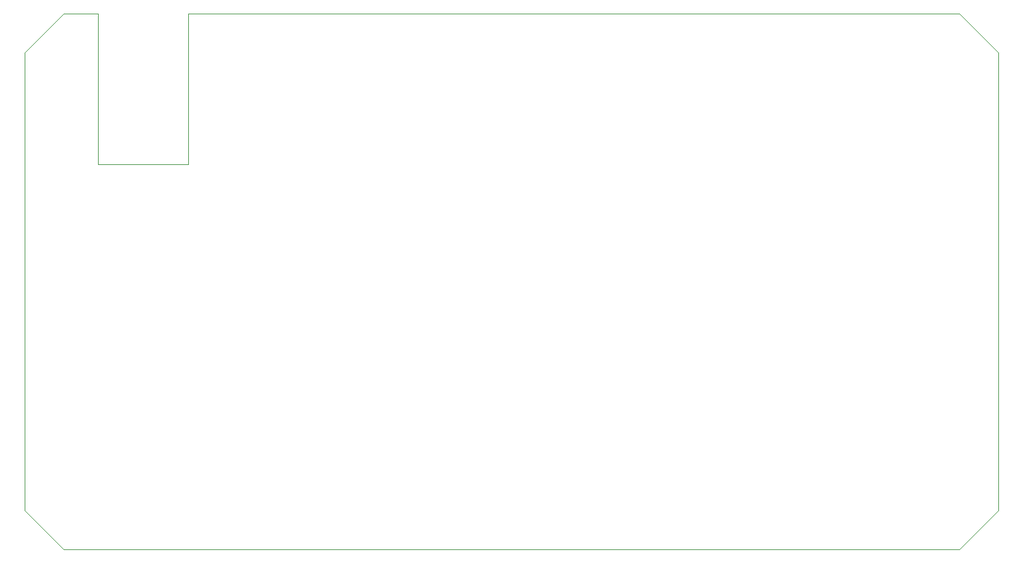
<source format=gm1>
%TF.GenerationSoftware,KiCad,Pcbnew,(6.0.9)*%
%TF.CreationDate,2022-11-26T23:56:03-05:00*%
%TF.ProjectId,rf_controller_hw,72665f63-6f6e-4747-926f-6c6c65725f68,rev?*%
%TF.SameCoordinates,Original*%
%TF.FileFunction,Profile,NP*%
%FSLAX46Y46*%
G04 Gerber Fmt 4.6, Leading zero omitted, Abs format (unit mm)*
G04 Created by KiCad (PCBNEW (6.0.9)) date 2022-11-26 23:56:03*
%MOMM*%
%LPD*%
G01*
G04 APERTURE LIST*
%TA.AperFunction,Profile*%
%ADD10C,0.100000*%
%TD*%
G04 APERTURE END LIST*
D10*
X98425000Y-65405000D02*
X110236000Y-65405000D01*
X110236000Y-45720000D01*
X210820000Y-45720000D01*
X215900000Y-50800000D01*
X215900000Y-110490000D01*
X210820000Y-115570000D01*
X93980000Y-115570000D01*
X88900000Y-110490000D01*
X88900000Y-50800000D01*
X93980000Y-45720000D01*
X98425000Y-45720000D01*
X98425000Y-65405000D01*
M02*

</source>
